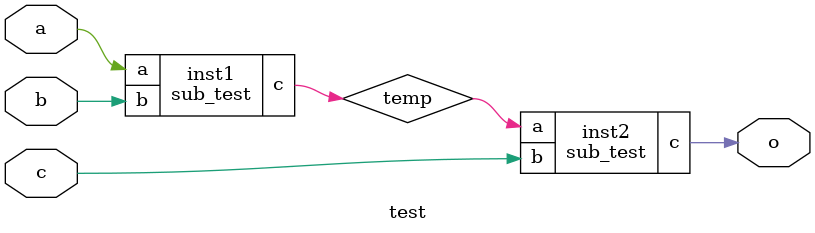
<source format=v>
module sub_test(
    input a,b,
    output c);
    
    assign c = (a<b)?a:b;
endmodule

module test(
    input a,b,c,
    output o);
    
    wire temp;
    sub_test inst1(a,b,temp);
    sub_test inst2(temp,c,o);
endmodule


</source>
